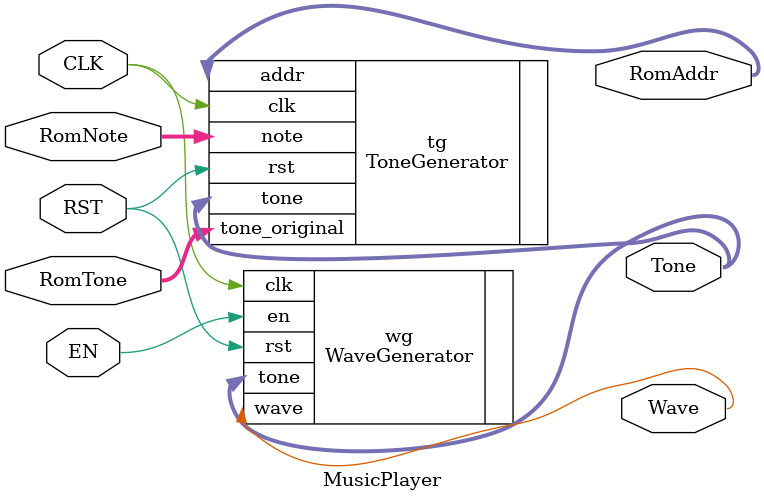
<source format=v>
module MusicPlayer(CLK, RST, EN, RomAddr, RomTone, RomNote, Tone, Wave);
	input CLK;
	input RST;
	input EN;
	output [9:0] RomAddr;
	input [6:0] RomTone;
	input [6:0] RomNote;
	output [6:0] Tone;
	output Wave;
	
	ToneGenerator tg(
		.clk(CLK),
		.rst(RST),
		.addr(RomAddr),
		.note(RomNote),
		.tone_original(RomTone),
		.tone(Tone)
	);
	
	WaveGenerator wg(
		.clk(CLK),
		.rst(RST),
		.en(EN),
		.tone(Tone),
		.wave(Wave)
	);

endmodule

</source>
